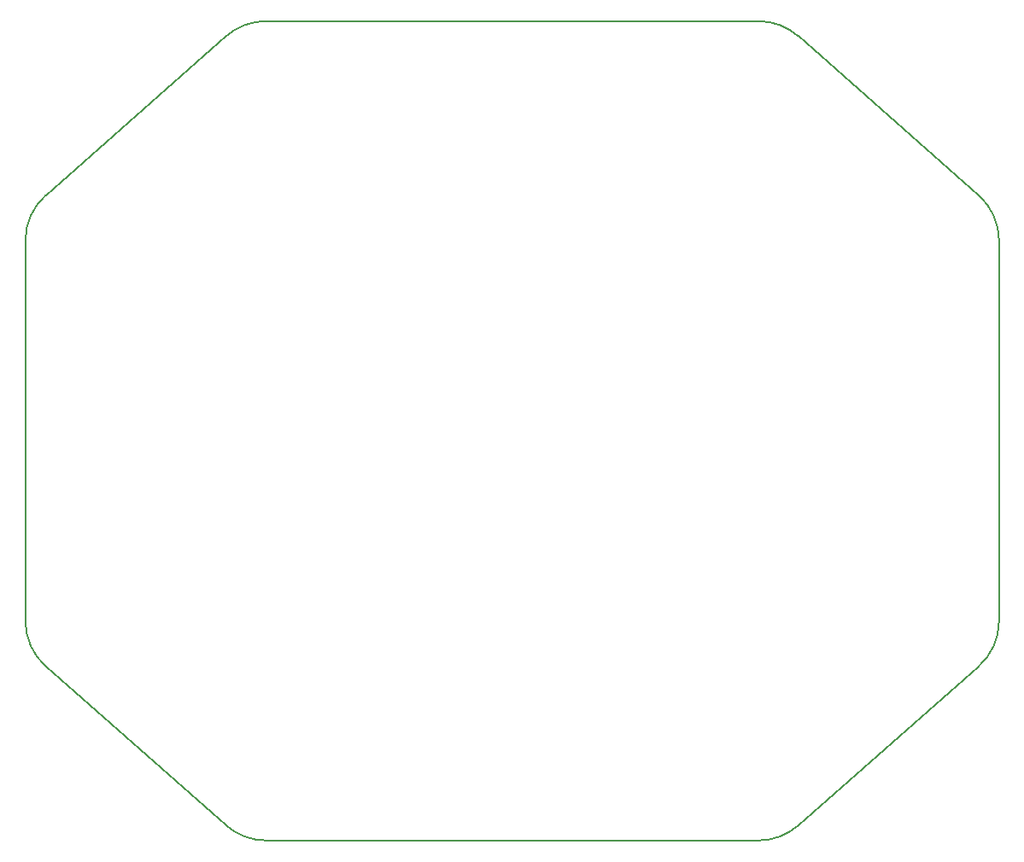
<source format=gbr>
%TF.GenerationSoftware,KiCad,Pcbnew,7.0.8*%
%TF.CreationDate,2025-02-28T20:23:41-05:00*%
%TF.ProjectId,Hexapod PCB KiCad Project,48657861-706f-4642-9050-4342204b6943,rev?*%
%TF.SameCoordinates,Original*%
%TF.FileFunction,Profile,NP*%
%FSLAX46Y46*%
G04 Gerber Fmt 4.6, Leading zero omitted, Abs format (unit mm)*
G04 Created by KiCad (PCBNEW 7.0.8) date 2025-02-28 20:23:41*
%MOMM*%
%LPD*%
G01*
G04 APERTURE LIST*
%TA.AperFunction,Profile*%
%ADD10C,0.200000*%
%TD*%
G04 APERTURE END LIST*
D10*
X115138897Y-140739027D02*
X97280270Y-124981416D01*
X119108627Y-60959977D02*
G75*
G03*
X115138897Y-62460973I73J-6000123D01*
G01*
X97280287Y-78218603D02*
G75*
G03*
X95250000Y-82717612I3969613J-4498997D01*
G01*
X189739713Y-124981397D02*
G75*
G03*
X191770000Y-120482388I-3969613J4498997D01*
G01*
X95250009Y-120482388D02*
G75*
G03*
X97280271Y-124981415I5999991J-12D01*
G01*
X167911373Y-142240023D02*
G75*
G03*
X171881103Y-140739027I-73J6000123D01*
G01*
X115138902Y-140739022D02*
G75*
G03*
X119108627Y-142240000I3969698J4498922D01*
G01*
X97280270Y-78218584D02*
X115138897Y-62460973D01*
X191770000Y-82717612D02*
X191770000Y-120482388D01*
X171881098Y-62460978D02*
G75*
G03*
X167911373Y-60960000I-3969698J-4498922D01*
G01*
X119108627Y-60960000D02*
X167911373Y-60960000D01*
X95250000Y-120482388D02*
X95250000Y-82717612D01*
X171881103Y-62460973D02*
X189739730Y-78218584D01*
X191769991Y-82717612D02*
G75*
G03*
X189739729Y-78218585I-5999991J12D01*
G01*
X167911373Y-142240000D02*
X119108627Y-142240000D01*
X189739730Y-124981416D02*
X171881103Y-140739027D01*
M02*

</source>
